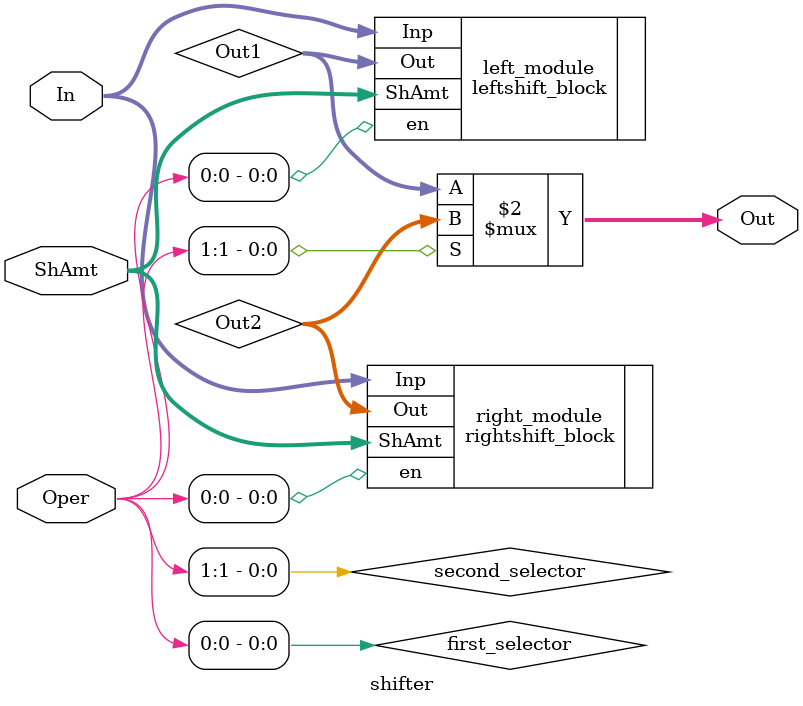
<source format=v>
/*
    CS/ECE 552 FALL '22
    Homework #2, Problem 2
    
    A barrel shifter module.  It is designed to shift a number via rotate
    left, shift left, shift right arithmetic, or shift right logical based
    on the 'Oper' value that is passed in.  It uses these
    shifts to shift the value any number of bits.
 */
module shifter (In, ShAmt, Oper, Out);

    // declare constant for size of inputs, outputs, and # bits to shift
    parameter OPERAND_WIDTH = 16;
    parameter SHAMT_WIDTH   =  4;
    parameter NUM_OPERATIONS = 2;

    input  [OPERAND_WIDTH -1:0] In   ; // Input operand
    input  [SHAMT_WIDTH   -1:0] ShAmt; // Amount to shift/rotate
    input  [NUM_OPERATIONS-1:0] Oper ; // Operation type
    output [OPERAND_WIDTH -1:0] Out  ; // Result of shift/rotate

wire first_selector, second_selector;
wire [OPERAND_WIDTH -1:0] Out1,Out2;
assign first_selector=Oper[0];
assign second_selector=Oper[1];
   
leftshift_block left_module( .Inp(In[OPERAND_WIDTH-1:0]),.Out(Out1[OPERAND_WIDTH-1:0]),.ShAmt(ShAmt[SHAMT_WIDTH-1:0]),.en(first_selector));

rightshift_block right_module( .Inp(In[OPERAND_WIDTH-1:0]),.Out(Out2[OPERAND_WIDTH-1:0]),.ShAmt(ShAmt[SHAMT_WIDTH-1:0]),.en(first_selector));


assign Out = (second_selector==0) ? Out1 : Out2;


   
endmodule

</source>
